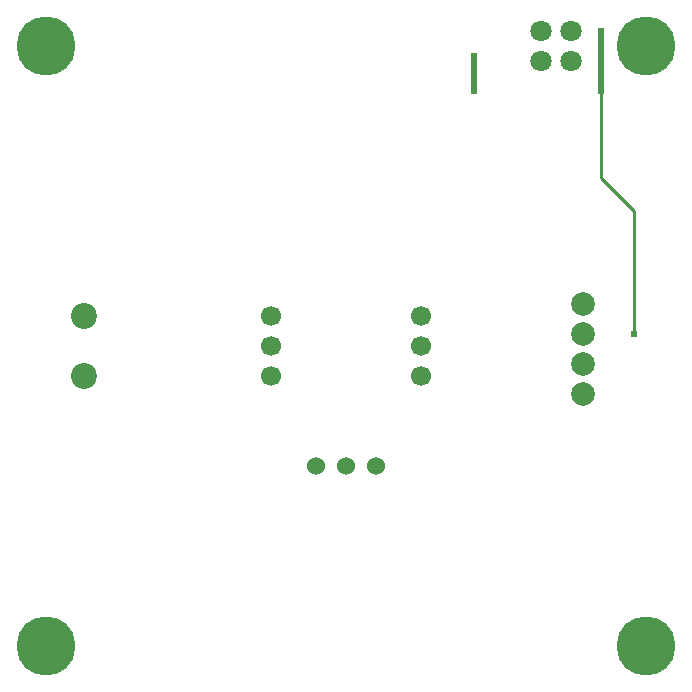
<source format=gbl>
G04 Layer: BottomLayer*
G04 Panelize: , Column: 2, Row: 2, Board Size: 58.42mm x 58.42mm, Panelized Board Size: 118.84mm x 118.84mm*
G04 EasyEDA v6.5.32, 2023-07-25 14:04:49*
G04 2db8e41404b945f8aa85a1d49205427a,5a6b42c53f6a479593ecc07194224c93,10*
G04 Gerber Generator version 0.2*
G04 Scale: 100 percent, Rotated: No, Reflected: No *
G04 Dimensions in millimeters *
G04 leading zeros omitted , absolute positions ,4 integer and 5 decimal *
%FSLAX45Y45*%
%MOMM*%

%ADD10C,0.2540*%
%ADD11C,0.5000*%
%ADD12C,2.2000*%
%ADD13C,1.7000*%
%ADD14C,1.5240*%
%ADD15C,5.0000*%
%ADD16C,1.8000*%
%ADD17C,2.0000*%
%ADD18C,0.6096*%

%LPD*%
D10*
X5080000Y5080000D02*
G01*
X5080000Y4343400D01*
X5359400Y4064000D01*
X5359400Y3022600D01*
D11*
X4000500Y5372100D02*
G01*
X4000500Y5079989D01*
X5079987Y5588000D02*
G01*
X5079987Y5079987D01*
D12*
G01*
X698500Y3175000D03*
G01*
X698500Y2667000D03*
D13*
G01*
X2286000Y2667000D03*
G01*
X2286000Y2921000D03*
G01*
X2286000Y3175000D03*
G01*
X3556000Y3175000D03*
G01*
X3556000Y2921000D03*
G01*
X3556000Y2667000D03*
D14*
G01*
X3175000Y1905000D03*
G01*
X2921000Y1905000D03*
G01*
X2667000Y1905000D03*
D15*
G01*
X381000Y5461000D03*
G01*
X5461000Y5461000D03*
G01*
X5461000Y381000D03*
G01*
X381000Y381000D03*
D16*
G01*
X4572000Y5588000D03*
G01*
X4572000Y5334000D03*
G01*
X4826000Y5334000D03*
G01*
X4826000Y5588000D03*
D17*
G01*
X4931206Y3020161D03*
G01*
X4931206Y2766161D03*
G01*
X4931206Y2512161D03*
G01*
X4931206Y3274161D03*
D18*
G01*
X4000500Y5372100D03*
G01*
X5080000Y5588000D03*
G01*
X5080000Y5079974D03*
G01*
X4000500Y5079974D03*
G01*
X5359400Y3022600D03*
M02*

</source>
